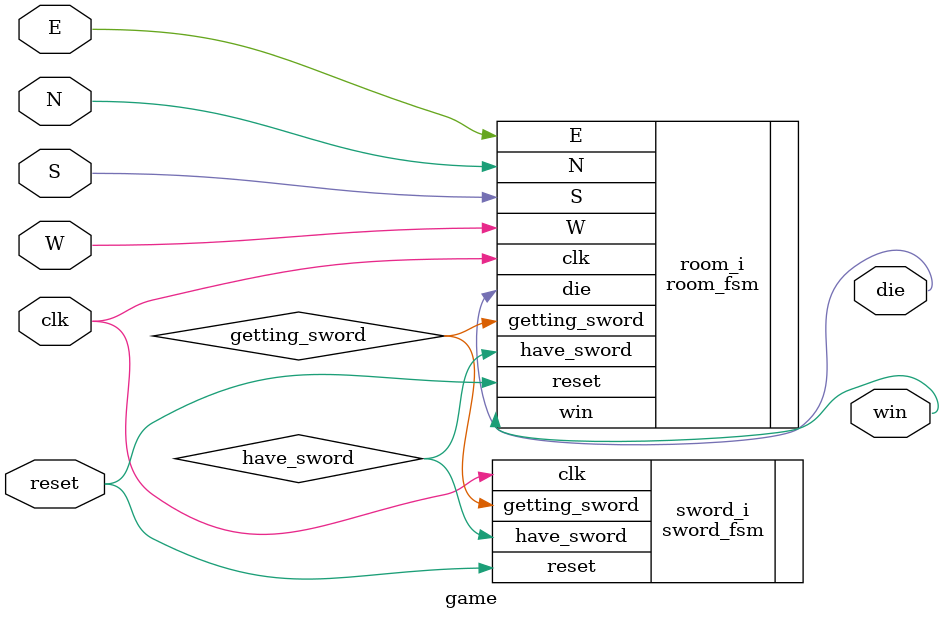
<source format=sv>
module game (
	input logic clk, reset,
	input logic N, E, W, S,
	output logic win,
	output logic die
);

	// wires between room and sword fsms
	logic getting_sword;
	logic have_sword;
	
	sword_fsm sword_i (
		.clk(clk),
		.reset(reset),
		.getting_sword(getting_sword),
		.have_sword(have_sword)
	);
	
	room_fsm room_i (
		.clk(clk),
		.reset(reset),
		.have_sword(have_sword),
		.N(N),
		.E(E),
		.W(W),
		.S(S),
		.getting_sword(getting_sword),
		.win(win),
		.die(die)
	);
	
endmodule

</source>
